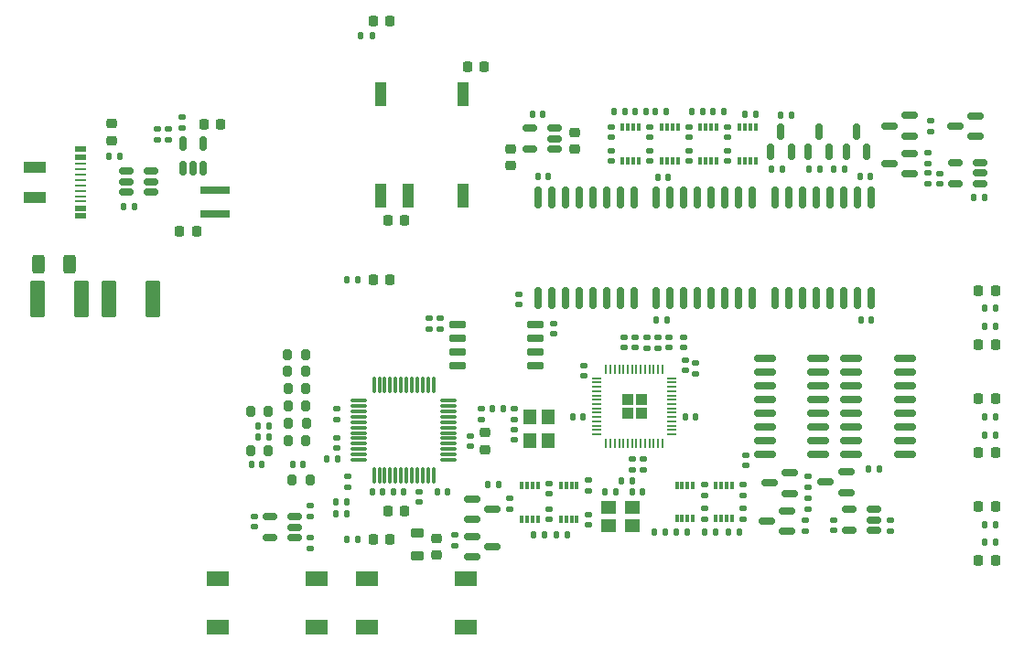
<source format=gbr>
%TF.GenerationSoftware,KiCad,Pcbnew,(5.99.0-11707-g9aa9857685)*%
%TF.CreationDate,2021-10-10T10:39:49+03:00*%
%TF.ProjectId,RubyLink_revA,52756279-4c69-46e6-9b5f-726576412e6b,rev?*%
%TF.SameCoordinates,Original*%
%TF.FileFunction,Paste,Top*%
%TF.FilePolarity,Positive*%
%FSLAX46Y46*%
G04 Gerber Fmt 4.6, Leading zero omitted, Abs format (unit mm)*
G04 Created by KiCad (PCBNEW (5.99.0-11707-g9aa9857685)) date 2021-10-10 10:39:49*
%MOMM*%
%LPD*%
G01*
G04 APERTURE LIST*
G04 Aperture macros list*
%AMRoundRect*
0 Rectangle with rounded corners*
0 $1 Rounding radius*
0 $2 $3 $4 $5 $6 $7 $8 $9 X,Y pos of 4 corners*
0 Add a 4 corners polygon primitive as box body*
4,1,4,$2,$3,$4,$5,$6,$7,$8,$9,$2,$3,0*
0 Add four circle primitives for the rounded corners*
1,1,$1+$1,$2,$3*
1,1,$1+$1,$4,$5*
1,1,$1+$1,$6,$7*
1,1,$1+$1,$8,$9*
0 Add four rect primitives between the rounded corners*
20,1,$1+$1,$2,$3,$4,$5,0*
20,1,$1+$1,$4,$5,$6,$7,0*
20,1,$1+$1,$6,$7,$8,$9,0*
20,1,$1+$1,$8,$9,$2,$3,0*%
G04 Aperture macros list end*
%ADD10RoundRect,0.140000X0.170000X-0.140000X0.170000X0.140000X-0.170000X0.140000X-0.170000X-0.140000X0*%
%ADD11RoundRect,0.140000X-0.170000X0.140000X-0.170000X-0.140000X0.170000X-0.140000X0.170000X0.140000X0*%
%ADD12RoundRect,0.150000X0.512500X0.150000X-0.512500X0.150000X-0.512500X-0.150000X0.512500X-0.150000X0*%
%ADD13R,1.000000X2.300000*%
%ADD14RoundRect,0.150000X-0.587500X-0.150000X0.587500X-0.150000X0.587500X0.150000X-0.587500X0.150000X0*%
%ADD15RoundRect,0.140000X0.140000X0.170000X-0.140000X0.170000X-0.140000X-0.170000X0.140000X-0.170000X0*%
%ADD16R,0.300000X0.800000*%
%ADD17RoundRect,0.150000X-0.650000X-0.150000X0.650000X-0.150000X0.650000X0.150000X-0.650000X0.150000X0*%
%ADD18RoundRect,0.135000X-0.135000X-0.185000X0.135000X-0.185000X0.135000X0.185000X-0.135000X0.185000X0*%
%ADD19RoundRect,0.135000X0.135000X0.185000X-0.135000X0.185000X-0.135000X-0.185000X0.135000X-0.185000X0*%
%ADD20RoundRect,0.200000X0.200000X0.275000X-0.200000X0.275000X-0.200000X-0.275000X0.200000X-0.275000X0*%
%ADD21RoundRect,0.150000X0.587500X0.150000X-0.587500X0.150000X-0.587500X-0.150000X0.587500X-0.150000X0*%
%ADD22RoundRect,0.140000X-0.140000X-0.170000X0.140000X-0.170000X0.140000X0.170000X-0.140000X0.170000X0*%
%ADD23RoundRect,0.218750X0.218750X0.256250X-0.218750X0.256250X-0.218750X-0.256250X0.218750X-0.256250X0*%
%ADD24RoundRect,0.135000X0.185000X-0.135000X0.185000X0.135000X-0.185000X0.135000X-0.185000X-0.135000X0*%
%ADD25R,2.000000X1.000000*%
%ADD26R,1.000000X0.520000*%
%ADD27R,1.000000X0.270000*%
%ADD28RoundRect,0.150000X0.150000X-0.587500X0.150000X0.587500X-0.150000X0.587500X-0.150000X-0.587500X0*%
%ADD29RoundRect,0.218750X-0.218750X-0.256250X0.218750X-0.256250X0.218750X0.256250X-0.218750X0.256250X0*%
%ADD30R,1.200000X1.400000*%
%ADD31RoundRect,0.135000X-0.185000X0.135000X-0.185000X-0.135000X0.185000X-0.135000X0.185000X0.135000X0*%
%ADD32RoundRect,0.150000X0.150000X-0.512500X0.150000X0.512500X-0.150000X0.512500X-0.150000X-0.512500X0*%
%ADD33RoundRect,0.225000X0.250000X-0.225000X0.250000X0.225000X-0.250000X0.225000X-0.250000X-0.225000X0*%
%ADD34RoundRect,0.225000X0.225000X0.250000X-0.225000X0.250000X-0.225000X-0.250000X0.225000X-0.250000X0*%
%ADD35RoundRect,0.150000X0.825000X0.150000X-0.825000X0.150000X-0.825000X-0.150000X0.825000X-0.150000X0*%
%ADD36RoundRect,0.150000X0.150000X-0.875000X0.150000X0.875000X-0.150000X0.875000X-0.150000X-0.875000X0*%
%ADD37RoundRect,0.250000X-0.292217X-0.292217X0.292217X-0.292217X0.292217X0.292217X-0.292217X0.292217X0*%
%ADD38RoundRect,0.050000X-0.387500X-0.050000X0.387500X-0.050000X0.387500X0.050000X-0.387500X0.050000X0*%
%ADD39RoundRect,0.050000X-0.050000X-0.387500X0.050000X-0.387500X0.050000X0.387500X-0.050000X0.387500X0*%
%ADD40R,2.100000X1.400000*%
%ADD41RoundRect,0.249999X0.450001X1.450001X-0.450001X1.450001X-0.450001X-1.450001X0.450001X-1.450001X0*%
%ADD42RoundRect,0.075000X-0.662500X-0.075000X0.662500X-0.075000X0.662500X0.075000X-0.662500X0.075000X0*%
%ADD43RoundRect,0.075000X-0.075000X-0.662500X0.075000X-0.662500X0.075000X0.662500X-0.075000X0.662500X0*%
%ADD44RoundRect,0.225000X-0.225000X-0.250000X0.225000X-0.250000X0.225000X0.250000X-0.225000X0.250000X0*%
%ADD45RoundRect,0.250000X-0.312500X-0.625000X0.312500X-0.625000X0.312500X0.625000X-0.312500X0.625000X0*%
%ADD46RoundRect,0.218750X0.381250X-0.218750X0.381250X0.218750X-0.381250X0.218750X-0.381250X-0.218750X0*%
%ADD47R,1.400000X1.200000*%
%ADD48R,2.700000X0.800000*%
%ADD49RoundRect,0.150000X-0.150000X0.875000X-0.150000X-0.875000X0.150000X-0.875000X0.150000X0.875000X0*%
%ADD50RoundRect,0.249999X-0.450001X-1.450001X0.450001X-1.450001X0.450001X1.450001X-0.450001X1.450001X0*%
%ADD51RoundRect,0.225000X-0.250000X0.225000X-0.250000X-0.225000X0.250000X-0.225000X0.250000X0.225000X0*%
G04 APERTURE END LIST*
D10*
X101300000Y-58880000D03*
X101300000Y-57920000D03*
D11*
X145233133Y-88500000D03*
X145233133Y-89460000D03*
D12*
X113997500Y-95720000D03*
X113997500Y-94770000D03*
X113997500Y-93820000D03*
X111722500Y-93820000D03*
X111722500Y-95720000D03*
D13*
X121980000Y-64100000D03*
X124520000Y-64100000D03*
X129600000Y-64100000D03*
X129600000Y-54700000D03*
X121980000Y-54700000D03*
D14*
X130462500Y-95650000D03*
X130462500Y-97550000D03*
X132337500Y-96600000D03*
D15*
X143713133Y-91480000D03*
X142753133Y-91480000D03*
D16*
X154470000Y-90897500D03*
X153970000Y-90897500D03*
X153470000Y-90897500D03*
X152970000Y-90897500D03*
X152970000Y-93997500D03*
X153470000Y-93997500D03*
X153970000Y-93997500D03*
X154470000Y-93997500D03*
D17*
X129100000Y-75995000D03*
X129100000Y-77265000D03*
X129100000Y-78535000D03*
X129100000Y-79805000D03*
X136300000Y-79805000D03*
X136300000Y-78535000D03*
X136300000Y-77265000D03*
X136300000Y-75995000D03*
D18*
X161590000Y-61600000D03*
X162610000Y-61600000D03*
D19*
X178870000Y-96170000D03*
X177850000Y-96170000D03*
D20*
X115050000Y-81970000D03*
X113400000Y-81970000D03*
D21*
X159597500Y-95150000D03*
X159597500Y-93250000D03*
X157722500Y-94200000D03*
D22*
X117020000Y-88500000D03*
X117980000Y-88500000D03*
D10*
X163860000Y-95080000D03*
X163860000Y-94120000D03*
D21*
X159837500Y-91650000D03*
X159837500Y-89750000D03*
X157962500Y-90700000D03*
D10*
X154100000Y-60880000D03*
X154100000Y-59920000D03*
D19*
X119860000Y-71870000D03*
X118840000Y-71870000D03*
D15*
X136980000Y-56500000D03*
X136020000Y-56500000D03*
D20*
X115025000Y-78770000D03*
X113375000Y-78770000D03*
D11*
X154100000Y-57720000D03*
X154100000Y-58680000D03*
D10*
X150500000Y-60880000D03*
X150500000Y-59920000D03*
D23*
X178847500Y-87870000D03*
X177272500Y-87870000D03*
D10*
X130300000Y-87280000D03*
X130300000Y-86320000D03*
X150033133Y-78160000D03*
X150033133Y-77200000D03*
D20*
X115050000Y-83570000D03*
X113400000Y-83570000D03*
D24*
X146633133Y-78190000D03*
X146633133Y-77170000D03*
D14*
X130462500Y-92150000D03*
X130462500Y-94050000D03*
X132337500Y-93100000D03*
D10*
X143300000Y-60880000D03*
X143300000Y-59920000D03*
D19*
X178870000Y-84570000D03*
X177850000Y-84570000D03*
D15*
X137480000Y-62300000D03*
X136520000Y-62300000D03*
D10*
X151920000Y-91827500D03*
X151920000Y-90867500D03*
D24*
X172600000Y-61110000D03*
X172600000Y-60090000D03*
D25*
X90010000Y-61470000D03*
X90010000Y-64270000D03*
D26*
X94210000Y-59770000D03*
X94210000Y-60520000D03*
D27*
X94210000Y-61120000D03*
X94210000Y-62620000D03*
X94210000Y-63620000D03*
X94210000Y-64620000D03*
D26*
X94210000Y-65220000D03*
X94210000Y-65970000D03*
X94210000Y-65970000D03*
X94210000Y-65220000D03*
D27*
X94210000Y-64120000D03*
X94210000Y-63120000D03*
X94210000Y-62120000D03*
X94210000Y-61620000D03*
D26*
X94210000Y-60520000D03*
X94210000Y-59770000D03*
D10*
X137580000Y-91680000D03*
X137580000Y-90720000D03*
X151133133Y-80560000D03*
X151133133Y-79600000D03*
D28*
X165050000Y-60037500D03*
X166950000Y-60037500D03*
X166000000Y-58162500D03*
D19*
X178870000Y-74470000D03*
X177850000Y-74470000D03*
D29*
X121272500Y-47870000D03*
X122847500Y-47870000D03*
D23*
X178847500Y-97870000D03*
X177272500Y-97870000D03*
D10*
X173700000Y-62980000D03*
X173700000Y-62020000D03*
D30*
X135750000Y-84600000D03*
X135750000Y-86800000D03*
X137450000Y-86800000D03*
X137450000Y-84600000D03*
D28*
X161550000Y-60037500D03*
X163450000Y-60037500D03*
X162500000Y-58162500D03*
D18*
X154140000Y-95250000D03*
X155160000Y-95250000D03*
D31*
X127500000Y-75440000D03*
X127500000Y-76460000D03*
D28*
X158050000Y-60037500D03*
X159950000Y-60037500D03*
X159000000Y-58162500D03*
D32*
X103650000Y-61537500D03*
X104600000Y-61537500D03*
X105550000Y-61537500D03*
X105550000Y-59262500D03*
X103650000Y-59262500D03*
D29*
X121272500Y-71870000D03*
X122847500Y-71870000D03*
D33*
X131600000Y-87575000D03*
X131600000Y-86025000D03*
D18*
X138190000Y-95500000D03*
X139210000Y-95500000D03*
D19*
X178870000Y-94570000D03*
X177850000Y-94570000D03*
D34*
X107175000Y-57500000D03*
X105625000Y-57500000D03*
D10*
X117900000Y-87480000D03*
X117900000Y-86520000D03*
D19*
X150360000Y-95250000D03*
X149340000Y-95250000D03*
D35*
X162475000Y-88045000D03*
X162475000Y-86775000D03*
X162475000Y-85505000D03*
X162475000Y-84235000D03*
X162475000Y-82965000D03*
X162475000Y-81695000D03*
X162475000Y-80425000D03*
X162475000Y-79155000D03*
X157525000Y-79155000D03*
X157525000Y-80425000D03*
X157525000Y-81695000D03*
X157525000Y-82965000D03*
X157525000Y-84235000D03*
X157525000Y-85505000D03*
X157525000Y-86775000D03*
X157525000Y-88045000D03*
D24*
X147633133Y-78190000D03*
X147633133Y-77170000D03*
D10*
X146233133Y-89460000D03*
X146233133Y-88500000D03*
D19*
X178870000Y-86270000D03*
X177850000Y-86270000D03*
D22*
X123120000Y-91500000D03*
X124080000Y-91500000D03*
D11*
X138000000Y-75920000D03*
X138000000Y-76880000D03*
D10*
X155520000Y-94027500D03*
X155520000Y-93067500D03*
D20*
X111585000Y-87670000D03*
X109935000Y-87670000D03*
D11*
X146900000Y-57720000D03*
X146900000Y-58680000D03*
D20*
X115050000Y-86800000D03*
X113400000Y-86800000D03*
D18*
X145490000Y-56300000D03*
X146510000Y-56300000D03*
D34*
X124175000Y-93300000D03*
X122625000Y-93300000D03*
D11*
X155730000Y-88080000D03*
X155730000Y-89040000D03*
D19*
X144610000Y-56300000D03*
X143590000Y-56300000D03*
D36*
X136530000Y-73580000D03*
X137800000Y-73580000D03*
X139070000Y-73580000D03*
X140340000Y-73580000D03*
X141610000Y-73580000D03*
X142880000Y-73580000D03*
X144150000Y-73580000D03*
X145420000Y-73580000D03*
X145420000Y-64280000D03*
X144150000Y-64280000D03*
X142880000Y-64280000D03*
X141610000Y-64280000D03*
X140340000Y-64280000D03*
X139070000Y-64280000D03*
X137800000Y-64280000D03*
X136530000Y-64280000D03*
D18*
X96790000Y-60400000D03*
X97810000Y-60400000D03*
D19*
X145243133Y-90480000D03*
X144223133Y-90480000D03*
D23*
X178847500Y-72870000D03*
X177272500Y-72870000D03*
D31*
X172900000Y-57130000D03*
X172900000Y-58150000D03*
D16*
X150870000Y-90897500D03*
X150370000Y-90897500D03*
X149870000Y-90897500D03*
X149370000Y-90897500D03*
X149370000Y-93997500D03*
X149870000Y-93997500D03*
X150370000Y-93997500D03*
X150870000Y-93997500D03*
D10*
X141200000Y-91380000D03*
X141200000Y-90420000D03*
D12*
X100697500Y-63720000D03*
X100697500Y-62770000D03*
X100697500Y-61820000D03*
X98422500Y-61820000D03*
X98422500Y-62770000D03*
X98422500Y-63720000D03*
D21*
X170937500Y-58550000D03*
X170937500Y-56650000D03*
X169062500Y-57600000D03*
D10*
X125500000Y-92480000D03*
X125500000Y-91520000D03*
D22*
X121220000Y-91500000D03*
X122180000Y-91500000D03*
D12*
X177437500Y-62950000D03*
X177437500Y-62000000D03*
X177437500Y-61050000D03*
X175162500Y-61050000D03*
X175162500Y-62950000D03*
D31*
X128860000Y-95460000D03*
X128860000Y-96480000D03*
D33*
X127160000Y-97345000D03*
X127160000Y-95795000D03*
D12*
X167597500Y-95050000D03*
X167597500Y-94100000D03*
X167597500Y-93150000D03*
X165322500Y-93150000D03*
X165322500Y-95050000D03*
D22*
X110045000Y-89000000D03*
X111005000Y-89000000D03*
D16*
X140130000Y-90947500D03*
X139630000Y-90947500D03*
X139130000Y-90947500D03*
X138630000Y-90947500D03*
X138630000Y-94047500D03*
X139130000Y-94047500D03*
X139630000Y-94047500D03*
X140130000Y-94047500D03*
D15*
X148580000Y-62400000D03*
X147620000Y-62400000D03*
D19*
X148410000Y-56300000D03*
X147390000Y-56300000D03*
D31*
X169160000Y-94090000D03*
X169160000Y-95110000D03*
D20*
X115425000Y-90400000D03*
X113775000Y-90400000D03*
D11*
X148633133Y-77200000D03*
X148633133Y-78160000D03*
D24*
X115460000Y-96780000D03*
X115460000Y-95760000D03*
D37*
X146070633Y-82942500D03*
X146070633Y-84217500D03*
X144795633Y-82942500D03*
X144795633Y-84217500D03*
D38*
X141995633Y-80980000D03*
X141995633Y-81380000D03*
X141995633Y-81780000D03*
X141995633Y-82180000D03*
X141995633Y-82580000D03*
X141995633Y-82980000D03*
X141995633Y-83380000D03*
X141995633Y-83780000D03*
X141995633Y-84180000D03*
X141995633Y-84580000D03*
X141995633Y-84980000D03*
X141995633Y-85380000D03*
X141995633Y-85780000D03*
X141995633Y-86180000D03*
D39*
X142833133Y-87017500D03*
X143233133Y-87017500D03*
X143633133Y-87017500D03*
X144033133Y-87017500D03*
X144433133Y-87017500D03*
X144833133Y-87017500D03*
X145233133Y-87017500D03*
X145633133Y-87017500D03*
X146033133Y-87017500D03*
X146433133Y-87017500D03*
X146833133Y-87017500D03*
X147233133Y-87017500D03*
X147633133Y-87017500D03*
X148033133Y-87017500D03*
D38*
X148870633Y-86180000D03*
X148870633Y-85780000D03*
X148870633Y-85380000D03*
X148870633Y-84980000D03*
X148870633Y-84580000D03*
X148870633Y-84180000D03*
X148870633Y-83780000D03*
X148870633Y-83380000D03*
X148870633Y-82980000D03*
X148870633Y-82580000D03*
X148870633Y-82180000D03*
X148870633Y-81780000D03*
X148870633Y-81380000D03*
X148870633Y-80980000D03*
D39*
X148033133Y-80142500D03*
X147633133Y-80142500D03*
X147233133Y-80142500D03*
X146833133Y-80142500D03*
X146433133Y-80142500D03*
X146033133Y-80142500D03*
X145633133Y-80142500D03*
X145233133Y-80142500D03*
X144833133Y-80142500D03*
X144433133Y-80142500D03*
X144033133Y-80142500D03*
X143633133Y-80142500D03*
X143233133Y-80142500D03*
X142833133Y-80142500D03*
D22*
X127220000Y-91500000D03*
X128180000Y-91500000D03*
D19*
X164910000Y-61600000D03*
X163890000Y-61600000D03*
D21*
X165037500Y-91550000D03*
X165037500Y-89650000D03*
X163162500Y-90600000D03*
D19*
X119870000Y-95870000D03*
X118850000Y-95870000D03*
D16*
X147950000Y-60850000D03*
X148450000Y-60850000D03*
X148950000Y-60850000D03*
X149450000Y-60850000D03*
X149450000Y-57750000D03*
X148950000Y-57750000D03*
X148450000Y-57750000D03*
X147950000Y-57750000D03*
X151550000Y-60850000D03*
X152050000Y-60850000D03*
X152550000Y-60850000D03*
X153050000Y-60850000D03*
X153050000Y-57750000D03*
X152550000Y-57750000D03*
X152050000Y-57750000D03*
X151550000Y-57750000D03*
D20*
X111585000Y-84070000D03*
X109935000Y-84070000D03*
D15*
X148455000Y-75580000D03*
X147495000Y-75580000D03*
D16*
X136530000Y-90947500D03*
X136030000Y-90947500D03*
X135530000Y-90947500D03*
X135030000Y-90947500D03*
X135030000Y-94047500D03*
X135530000Y-94047500D03*
X136030000Y-94047500D03*
X136530000Y-94047500D03*
D22*
X150153133Y-84580000D03*
X151113133Y-84580000D03*
D10*
X141200000Y-94580000D03*
X141200000Y-93620000D03*
D11*
X150500000Y-57720000D03*
X150500000Y-58680000D03*
D10*
X155520000Y-91827500D03*
X155520000Y-90867500D03*
D40*
X116010000Y-104020000D03*
X106910000Y-104020000D03*
X116010000Y-99520000D03*
X106910000Y-99520000D03*
D24*
X131300000Y-84810000D03*
X131300000Y-83790000D03*
D19*
X137120000Y-95500000D03*
X136100000Y-95500000D03*
D10*
X145533133Y-78160000D03*
X145533133Y-77200000D03*
D16*
X144350000Y-60850000D03*
X144850000Y-60850000D03*
X145350000Y-60850000D03*
X145850000Y-60850000D03*
X145850000Y-57750000D03*
X145350000Y-57750000D03*
X144850000Y-57750000D03*
X144350000Y-57750000D03*
D11*
X144533133Y-77200000D03*
X144533133Y-78160000D03*
D41*
X94312500Y-73650000D03*
X90212500Y-73650000D03*
D42*
X119937500Y-83050000D03*
X119937500Y-83550000D03*
X119937500Y-84050000D03*
X119937500Y-84550000D03*
X119937500Y-85050000D03*
X119937500Y-85550000D03*
X119937500Y-86050000D03*
X119937500Y-86550000D03*
X119937500Y-87050000D03*
X119937500Y-87550000D03*
X119937500Y-88050000D03*
X119937500Y-88550000D03*
D43*
X121350000Y-89962500D03*
X121850000Y-89962500D03*
X122350000Y-89962500D03*
X122850000Y-89962500D03*
X123350000Y-89962500D03*
X123850000Y-89962500D03*
X124350000Y-89962500D03*
X124850000Y-89962500D03*
X125350000Y-89962500D03*
X125850000Y-89962500D03*
X126350000Y-89962500D03*
X126850000Y-89962500D03*
D42*
X128262500Y-88550000D03*
X128262500Y-88050000D03*
X128262500Y-87550000D03*
X128262500Y-87050000D03*
X128262500Y-86550000D03*
X128262500Y-86050000D03*
X128262500Y-85550000D03*
X128262500Y-85050000D03*
X128262500Y-84550000D03*
X128262500Y-84050000D03*
X128262500Y-83550000D03*
X128262500Y-83050000D03*
D43*
X126850000Y-81637500D03*
X126350000Y-81637500D03*
X125850000Y-81637500D03*
X125350000Y-81637500D03*
X124850000Y-81637500D03*
X124350000Y-81637500D03*
X123850000Y-81637500D03*
X123350000Y-81637500D03*
X122850000Y-81637500D03*
X122350000Y-81637500D03*
X121850000Y-81637500D03*
X121350000Y-81637500D03*
D31*
X118900000Y-90090000D03*
X118900000Y-91110000D03*
D29*
X121272500Y-95870000D03*
X122847500Y-95870000D03*
D33*
X139900000Y-59775000D03*
X139900000Y-58225000D03*
D24*
X103600000Y-57820000D03*
X103600000Y-56800000D03*
D19*
X121170000Y-49270000D03*
X120150000Y-49270000D03*
X177870000Y-64270000D03*
X176850000Y-64270000D03*
X160010000Y-56600000D03*
X158990000Y-56600000D03*
D44*
X129985000Y-52170000D03*
X131535000Y-52170000D03*
D45*
X90300000Y-70400000D03*
X93225000Y-70400000D03*
D19*
X178870000Y-76170000D03*
X177850000Y-76170000D03*
D34*
X124175000Y-66400000D03*
X122625000Y-66400000D03*
D31*
X115460000Y-92760000D03*
X115460000Y-93780000D03*
D22*
X166420000Y-75630000D03*
X167380000Y-75630000D03*
D19*
X118810000Y-92470000D03*
X117790000Y-92470000D03*
D34*
X104935000Y-67400000D03*
X103385000Y-67400000D03*
D11*
X134300000Y-83820000D03*
X134300000Y-84780000D03*
D46*
X125360000Y-97432500D03*
X125360000Y-95307500D03*
D23*
X178847500Y-77870000D03*
X177272500Y-77870000D03*
D31*
X126450000Y-75440000D03*
X126450000Y-76460000D03*
D15*
X114780000Y-89000000D03*
X113820000Y-89000000D03*
D36*
X147455000Y-73580000D03*
X148725000Y-73580000D03*
X149995000Y-73580000D03*
X151265000Y-73580000D03*
X152535000Y-73580000D03*
X153805000Y-73580000D03*
X155075000Y-73580000D03*
X156345000Y-73580000D03*
X156345000Y-64280000D03*
X155075000Y-64280000D03*
X153805000Y-64280000D03*
X152535000Y-64280000D03*
X151265000Y-64280000D03*
X149995000Y-64280000D03*
X148725000Y-64280000D03*
X147455000Y-64280000D03*
D24*
X172600000Y-63010000D03*
X172600000Y-61990000D03*
D31*
X161500000Y-90090000D03*
X161500000Y-91110000D03*
D20*
X115085000Y-85170000D03*
X113435000Y-85170000D03*
D19*
X151800000Y-56300000D03*
X150780000Y-56300000D03*
X133310000Y-83800000D03*
X132290000Y-83800000D03*
D22*
X166320000Y-62330000D03*
X167280000Y-62330000D03*
D15*
X140713133Y-84580000D03*
X139753133Y-84580000D03*
D24*
X161260000Y-95110000D03*
X161260000Y-94090000D03*
D47*
X145233133Y-92930000D03*
X143033133Y-92930000D03*
X143033133Y-94630000D03*
X145233133Y-94630000D03*
D22*
X167120000Y-89400000D03*
X168080000Y-89400000D03*
D18*
X131890000Y-90800000D03*
X132910000Y-90800000D03*
D48*
X106610000Y-63600000D03*
X106610000Y-65800000D03*
D11*
X134300000Y-85720000D03*
X134300000Y-86680000D03*
D19*
X153710000Y-56300000D03*
X152690000Y-56300000D03*
D35*
X170475000Y-88045000D03*
X170475000Y-86775000D03*
X170475000Y-85505000D03*
X170475000Y-84235000D03*
X170475000Y-82965000D03*
X170475000Y-81695000D03*
X170475000Y-80425000D03*
X170475000Y-79155000D03*
X165525000Y-79155000D03*
X165525000Y-80425000D03*
X165525000Y-81695000D03*
X165525000Y-82965000D03*
X165525000Y-84235000D03*
X165525000Y-85505000D03*
X165525000Y-86775000D03*
X165525000Y-88045000D03*
D10*
X151920000Y-94027500D03*
X151920000Y-93067500D03*
D11*
X110260000Y-93790000D03*
X110260000Y-94750000D03*
D49*
X167345000Y-64280000D03*
X166075000Y-64280000D03*
X164805000Y-64280000D03*
X163535000Y-64280000D03*
X162265000Y-64280000D03*
X160995000Y-64280000D03*
X159725000Y-64280000D03*
X158455000Y-64280000D03*
X158455000Y-73580000D03*
X159725000Y-73580000D03*
X160995000Y-73580000D03*
X162265000Y-73580000D03*
X163535000Y-73580000D03*
X164805000Y-73580000D03*
X166075000Y-73580000D03*
X167345000Y-73580000D03*
D19*
X152960000Y-95250000D03*
X151940000Y-95250000D03*
D33*
X97100000Y-58975000D03*
X97100000Y-57425000D03*
D10*
X137580000Y-94077500D03*
X137580000Y-93117500D03*
D20*
X115025000Y-80370000D03*
X113375000Y-80370000D03*
D22*
X145253133Y-91480000D03*
X146213133Y-91480000D03*
D23*
X178847500Y-82870000D03*
X177272500Y-82870000D03*
D50*
X96800000Y-73650000D03*
X100900000Y-73650000D03*
D11*
X150133133Y-79300000D03*
X150133133Y-80260000D03*
D23*
X178847500Y-92870000D03*
X177272500Y-92870000D03*
D18*
X158090000Y-61600000D03*
X159110000Y-61600000D03*
D21*
X170937500Y-62050000D03*
X170937500Y-60150000D03*
X169062500Y-61100000D03*
D18*
X117790000Y-93500000D03*
X118810000Y-93500000D03*
D51*
X134000000Y-59725000D03*
X134000000Y-61275000D03*
D24*
X102300000Y-58910000D03*
X102300000Y-57890000D03*
D22*
X110645000Y-86400000D03*
X111605000Y-86400000D03*
X110645000Y-85400000D03*
X111605000Y-85400000D03*
D11*
X143300000Y-57720000D03*
X143300000Y-58680000D03*
D31*
X133900000Y-92090000D03*
X133900000Y-93110000D03*
D11*
X134800000Y-73200000D03*
X134800000Y-74160000D03*
D24*
X161500000Y-93110000D03*
X161500000Y-92090000D03*
D11*
X117900000Y-83820000D03*
X117900000Y-84780000D03*
D10*
X146900000Y-60880000D03*
X146900000Y-59920000D03*
D19*
X156710000Y-56500000D03*
X155690000Y-56500000D03*
D18*
X98150000Y-65070000D03*
X99170000Y-65070000D03*
D12*
X138037500Y-59750000D03*
X138037500Y-58800000D03*
X138037500Y-57850000D03*
X135762500Y-57850000D03*
X135762500Y-59750000D03*
D21*
X177037500Y-58590000D03*
X177037500Y-56690000D03*
X175162500Y-57640000D03*
D40*
X129822500Y-104020000D03*
X120722500Y-104020000D03*
X129822500Y-99520000D03*
X120722500Y-99520000D03*
D18*
X147250000Y-95270000D03*
X148270000Y-95270000D03*
D16*
X155150000Y-60850000D03*
X155650000Y-60850000D03*
X156150000Y-60850000D03*
X156650000Y-60850000D03*
X156650000Y-57750000D03*
X156150000Y-57750000D03*
X155650000Y-57750000D03*
X155150000Y-57750000D03*
D10*
X140733133Y-80780000D03*
X140733133Y-79820000D03*
M02*

</source>
